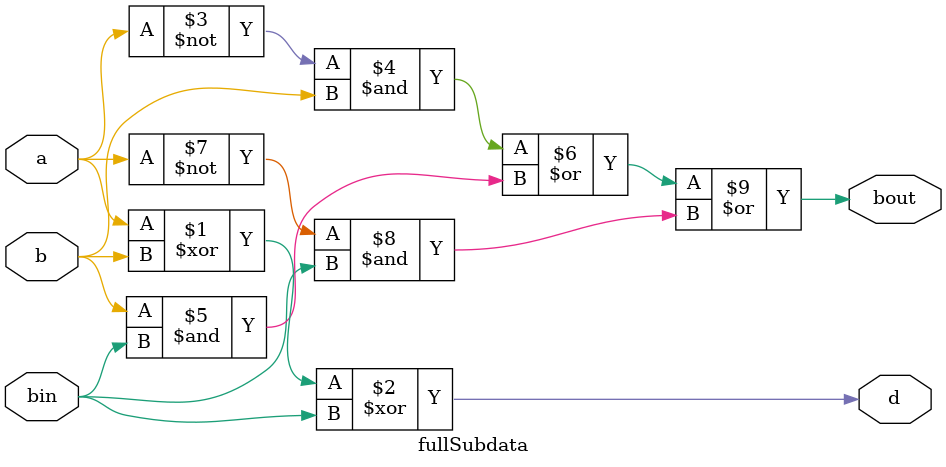
<source format=v>
`timescale 1ns / 1ps
module fullSubdata(
    input a,
    input b,
    input bin,
    output d,
    output bout
    );
assign d=(a^b^bin);
assign bout=(~a&b)|(b&bin)|(~a&bin);
endmodule

</source>
